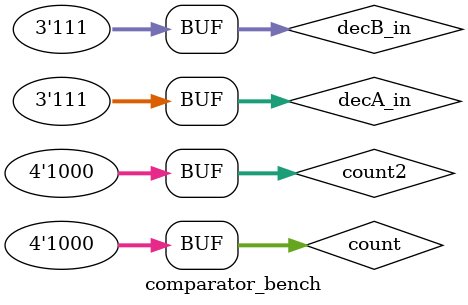
<source format=v>

`timescale 1ns/1ns 

// Testbenches don't have arguments. Instead, the values that we want to modify are regs.
// ANY VALUE THAT IS THE TARGET OF A PROCEDURE MUST BE A REG.
// The values that we wish to observe are wires.

module comparator_bench();
   reg  [2:0] decA_in;		// A vector representing the three inputs A digits
   reg  [2:0] decB_in;		// A vector representing the three inputs B digits
   wire aGTb, aGEb, aLTb, aLEb, aEQb, aNEb; //Wires to observe the six output comparator conditions

   reg   [3:0] count;
   reg   [3:0] count2;

// Instantiate the comparator (the identifier is dut, or "device under test").

   comparator_continuous_bdeduffy dut1(decA_in, decB_in, aGTb, aGEb, aLTb, aLEb, aEQb, aNEb);

// The input test stimulus is defined as a pair of initial blocks.
// Each initial block is a procedure.
// Even though the statements in each initial block execute in sequence, THE TWO INITIAL BLOCKS EXECUTE CONCURRENTLY.
// Each one begins at simulation time t = 0 and continues according to the timing delays that each one contains.

// Both initial blocks should cover the same 600 ns of simulation time.

   initial begin
      decA_in = 3'b000;	// (t = 0) Apply the first input combination.
      decB_in = 3'b000;	// (t = 0) Apply the first input combination.
      #150;		// Wait for 100 ns.


	//Nested For loop first loops throuhg all values of A then in combination with all possible values of B
      for(count = 0; count < 8; count = count + 1) begin
         decA_in = count[2:0];
         #50;
		for(count2 = 0; count2 < 8; count2 = count2 + 1) begin
         	decB_in = count2[2:0];
         	#50;
      		end
      end

      #150;			// Wait for 150 ns after each input change.
   end

endmodule
</source>
